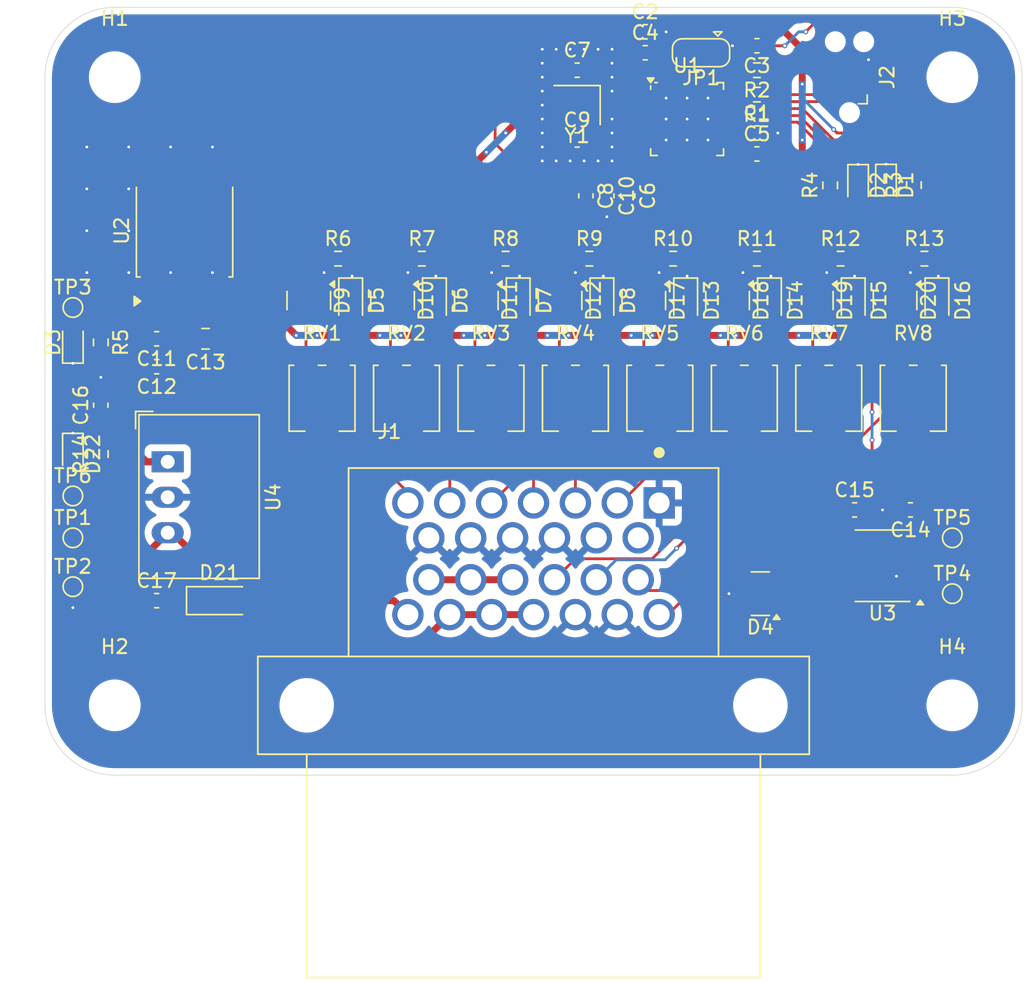
<source format=kicad_pcb>
(kicad_pcb (version 20241229) (generator "pcbnew") (generator_version "9.0")
  (layers (0 "F.Cu" signal) (2 "B.Cu" signal) (13 "F.Paste" user) (15 "B.Paste" user) (5 "F.SilkS" user "F.Silkscreen") (7 "B.SilkS" user "B.Silkscreen") (1 "F.Mask" user) (3 "B.Mask" user) (25 "Edge.Cuts" user))
  (net 0 "")
  (net 1 "+3V3")
  (net 2 "GND")
  (net 3 "/Microcontroller/NRST")
  (net 4 "/Microcontroller/OSC_IN")
  (net 5 "/Microcontroller/OSC_OUT")
  (net 6 "+BATT")
  (net 7 "+5V")
  (net 8 "Net-(D1-A)")
  (net 9 "Net-(D2-A)")
  (net 10 "/CAN_N")
  (net 11 "/CAN_P")
  (net 12 "/3.3V_ANALOG_INPUT_0")
  (net 13 "/3.3V_ANALOG_INPUT_1")
  (net 14 "/3.3V_ANALOG_INPUT_2")
  (net 15 "/3.3V_ANALOG_INPUT_3")
  (net 16 "+3.3V")
  (net 17 "/3.3V_ANALOG_INPUT_4")
  (net 18 "/3.3V_ANALOG_INPUT_5")
  (net 19 "/3.3V_ANALOG_INPUT_6")
  (net 20 "/3.3V_ANALOG_INPUT_7")
  (net 21 "/12V_ANALOG_INPUT_7")
  (net 22 "/12V_ANALOG_INPUT_5")
  (net 23 "/12V_ANALOG_INPUT_1")
  (net 24 "/12V_ANALOG_INPUT_2")
  (net 25 "/12V_ANALOG_INPUT_4")
  (net 26 "/12V_ANALOG_INPUT_3")
  (net 27 "/12V_ANALOG_INPUT_6")
  (net 28 "/12V_ANALOG_INPUT_0")
  (net 30 "Net-(J2-Pin_2)")
  (net 31 "Net-(J2-Pin_4)")
  (net 32 "/Microcontroller/BOOT0")
  (net 33 "/Microcontroller/SWDIO")
  (net 34 "/Microcontroller/SWCLK")
  (net 35 "/Microcontroller/LED_STATUS_1")
  (net 36 "/Microcontroller/LED_STATUS_2")
  (net 45 "/CAN_TX")
  (net 46 "/CAN_RX")
  (net 53 "/CAN_STANDBY")
  (net 58 "Net-(D21-K)")
  (net 59 "Net-(D3-A)")
  (net 60 "Net-(D22-A)")
  (footprint "Diode_SMD:D_SOD-323" (layer "F.Cu") (at 148.9 96 -90)
    (property "Reference" "D7")
    (property "Value" "PESD3V3L1BA")
  )
  (footprint "Potentiometer_SMD:Potentiometer_Bourns_3314G_Vertical" (layer "F.Cu") (at 146.95 103)
    (property "Reference" "RV3")
    (property "Value" "3314G-1-503E")
  )
  (footprint "Diode_SMD:D_SOD-323" (layer "F.Cu") (at 136.9 96 -90)
    (property "Reference" "D5")
    (property "Value" "PESD3V3L1BA")
  )
  (footprint "LED_SMD:LED_0603_1608Metric" (layer "F.Cu") (at 117 99 90)
    (property "Reference" "D3")
    (property "Value" "LED")
  )
  (footprint "TestPoint:TestPoint_Pad_D1.0mm" (layer "F.Cu") (at 117 113)
    (property "Reference" "TP1")
    (property "Value" "POWER_INPUT")
  )
  (footprint "Resistor_SMD:R_0603_1608Metric" (layer "F.Cu") (at 136 93)
    (property "Reference" "R6")
    (property "Value" "6.8k")
  )
  (footprint "MountingHole:MountingHole_3.2mm_M3" (layer "F.Cu") (at 120 80)
    (property "Reference" "H1")
    (property "Value" "MountingHole")
  )
  (footprint "Resistor_SMD:R_0603_1608Metric" (layer "F.Cu") (at 119 107 90)
    (property "Reference" "R14")
    (property "Value" "1k")
  )
  (footprint "Resistor_SMD:R_0603_1608Metric" (layer "F.Cu") (at 160 93)
    (property "Reference" "R10")
    (property "Value" "6.8k")
  )
  (footprint "MountingHole:MountingHole_3.2mm_M3" (layer "F.Cu") (at 180 80)
    (property "Reference" "H3")
    (property "Value" "MountingHole")
  )
  (footprint "Package_SO:SOIC-8_3.9x4.9mm_P1.27mm" (layer "F.Cu") (at 175 115 180)
    (property "Reference" "U3")
    (property "Value" "TCAN3403DRQ1")
  )
  (footprint "Capacitor_SMD:C_0603_1608Metric" (layer "F.Cu") (at 166 77.75 180)
    (property "Reference" "C3")
    (property "Value" "0.1uF")
  )
  (footprint "Resistor_SMD:R_0603_1608Metric" (layer "F.Cu") (at 154 93)
    (property "Reference" "R9")
    (property "Value" "6.8k")
  )
  (footprint "Package_TO_SOT_SMD:SOT-23" (layer "F.Cu") (at 157.9 96 -90)
    (property "Reference" "D17")
    (property "Value" "BAT54S")
  )
  (footprint "Capacitor_SMD:C_0603_1608Metric" (layer "F.Cu") (at 166 84)
    (property "Reference" "C1")
    (property "Value" "4.7uF")
  )
  (footprint "Resistor_SMD:R_0603_1608Metric" (layer "F.Cu") (at 178 93)
    (property "Reference" "R13")
    (property "Value" "6.8k")
  )
  (footprint "Package_TO_SOT_SMD:SOT-23" (layer "F.Cu") (at 145.9 96 -90)
    (property "Reference" "D11")
    (property "Value" "BAT54S")
  )
  (footprint "Diode_SMD:D_SOD-323" (layer "F.Cu") (at 160.9 96 -90)
    (property "Reference" "D13")
    (property "Value" "PESD3V3L1BA")
  )
  (footprint "Capacitor_SMD:C_0603_1608Metric" (layer "F.Cu") (at 158 76.75)
    (property "Reference" "C2")
    (property "Value" "4.7uF")
  )
  (footprint "Package_TO_SOT_SMD:SOT-23" (layer "F.Cu") (at 166.25 117 180)
    (property "Reference" "D4")
    (property "Value" "NUP2105L")
  )
  (footprint "Diode_SMD:D_SOD-323" (layer "F.Cu") (at 172.9 96 -90)
    (property "Reference" "D15")
    (property "Value" "PESD3V3L1BA")
  )
  (footprint "Package_DFN_QFN:QFN-32-1EP_5x5mm_P0.5mm_EP3.45x3.45mm" (layer "F.Cu") (at 161 83)
    (property "Reference" "U1")
    (property "Value" "STM32F042K6Ux")
  )
  (footprint "Capacitor_SMD:C_0603_1608Metric" (layer "F.Cu") (at 166 85.5)
    (property "Reference" "C5")
    (property "Value" "0.1uF")
  )
  (footprint "Diode_SMD:D_SOD-123" (layer "F.Cu") (at 127.5 117.5)
    (property "Reference" "D21")
    (property "Value" "CDBW140-G")
  )
  (footprint "TestPoint:TestPoint_Pad_D1.0mm" (layer "F.Cu") (at 117 110)
    (property "Reference" "TP6")
    (property "Value" "TestPoint")
  )
  (footprint "TestPoint:TestPoint_Pad_D1.0mm" (layer "F.Cu") (at 117 116.5)
    (property "Reference" "TP2")
    (property "Value" "GND")
  )
  (footprint "Diode_SMD:D_SOD-323" (layer "F.Cu") (at 154.9 96 -90)
    (property "Reference" "D8")
    (property "Value" "PESD3V3L1BA")
  )
  (footprint "Capacitor_SMD:C_0603_1608Metric" (layer "F.Cu") (at 173 111)
    (property "Reference" "C15")
    (property "Value" "0.1uF")
  )
  (footprint "Resistor_SMD:R_0603_1608Metric" (layer "F.Cu") (at 172 93)
    (property "Reference" "R12")
    (property "Value" "6.8k")
  )
  (footprint "Capacitor_SMD:C_0603_1608Metric" (layer "F.Cu") (at 153.125 84.5)
    (property "Reference" "C9")
    (property "Value" "12pF")
  )
  (footprint "Capacitor_SMD:C_0805_2012Metric" (layer "F.Cu") (at 126.5 98.74 180)
    (property "Reference" "C13")
    (property "Value" "22uF")
  )
  (footprint "signal_to_can:TE_9-6437287-8_1" (layer "F.Cu") (at 150 125)
    (property "Reference" "J1")
    (property "Value" "AMP_Superseal_9-6437287-8")
  )
  (footprint "Resistor_SMD:R_0603_1608Metric" (layer "F.Cu") (at 166 79.5 180)
    (property "Reference" "R2")
    (property "Value" "22")
  )
  (footprint "Capacitor_SMD:C_0603_1608Metric" (layer "F.Cu") (at 153.125 79.5)
    (property "Reference" "C7")
    (property "Value" "12pF")
  )
  (footprint "Jumper:SolderJumper-3_P1.3mm_Open_RoundedPad1.0x1.5mm" (layer "F.Cu") (at 162 78.25 180)
    (property "Reference" "JP1")
    (property "Value" "Jumper_3_Open")
  )
  (footprint "Capacitor_SMD:C_0603_1608Metric" (layer "F.Cu") (at 123 117.5)
    (property "Reference" "C17")
    (property "Value" "10uF")
  )
  (footprint "Potentiometer_SMD:Potentiometer_Bourns_3314G_Vertical" (layer "F.Cu") (at 177.2 103)
    (property "Reference" "RV8")
    (property "Value" "3314G-1-503E")
  )
  (footprint "Diode_SMD:D_SOD-323" (layer "F.Cu") (at 142.9 96 -90)
    (property "Reference" "D6")
    (property "Value" "PESD3V3L1BA")
  )
  (footprint "Resistor_SMD:R_0603_1608Metric" (layer "F.Cu") (at 148 93)
    (property "Reference" "R8")
    (property "Value" "6.8k")
  )
  (footprint "Resistor_SMD:R_0603_1608Metric" (layer "F.Cu") (at 171.25 87.75 90)
    (property "Reference" "R4")
    (property "Value" "1k")
  )
  (footprint "LED_SMD:LED_0603_1608Metric" (layer "F.Cu") (at 117 107 -90)
    (property "Reference" "D22")
    (property "Value" "LED")
  )
  (footprint "Package_TO_SOT_SMD:SOT-23" (layer "F.Cu") (at 133.9 96 -90)
    (property "Reference" "D9")
    (property "Value" "BAT54S")
  )
  (footprint "Capacitor_SMD:C_0603_1608Metric" (layer "F.Cu") (at 158 78.25)
    (property "Reference" "C4")
    (property "Value" "0.1uF")
  )
  (footprint "Package_TO_SOT_SMD:SOT-23" (layer "F.Cu") (at 139.9 96 -90)
    (property "Reference" "D10")
    (property "Value" "BAT54S")
  )
  (footprint "Diode_SMD:D_SOD-323" (layer "F.Cu") (at 166.9 96 -90)
    (property "Reference" "D14")
    (property "Value" "PESD3V3L1BA")
  )
  (footprint "Resistor_SMD:R_0603_1608Metric" (layer "F.Cu") (at 142 93)
    (property "Reference" "R7")
    (property "Value" "6.8k")
  )
  (footprint "Capacitor_SMD:C_0603_1608Metric" (layer "F.Cu") (at 153.75 88.5 -90)
    (property "Reference" "C8")
    (property "Value" "10nF")
  )
  (footprint "Potentiometer_SMD:Potentiometer_Bourns_3314G_Vertical" (layer "F.Cu") (at 153 103)
    (property "Reference" "RV4")
    (property "Value" "3314G-1-503E")
  )
  (footprint "Package_TO_SOT_SMD:SOT-23" (layer "F.Cu") (at 169.9 96 -90)
    (property "Reference" "D19")
    (property "Value" "BAT54S")
  )
  (footprint "MountingHole:MountingHole_3.2mm_M3" (layer "F.Cu") (at 120 125)
    (property "Reference" "H2")
    (property "Value" "MountingHole")
  )
  (footprint "Resistor_SMD:R_0603_1608Metric" (layer "F.Cu") (at 177.25 87.73125 90)
    (property "Reference" "R3")
    (property "Value" "1k")
  )
  (footprint "Potentiometer_SMD:Potentiometer_Bourns_3314G_Vertical" (layer "F.Cu") (at 140.9 103)
    (property "Reference" "RV2")
    (property "Value" "3314G-1-503E")
  )
  (footprint "Package_TO_SOT_SMD:SOT-23" (layer "F.Cu") (at 175.9 96 -90)
    (property "Reference" "D20")
    (property "Value" "BAT54S")
  )
  (footprint "Connector:Tag-Connect_TC2030-IDC-NL_2x03_P1.27mm_Vertical" (layer "F.Cu") (at 172.635 80 90)
    (property "Reference" "J2")
    (property "Value" "TC2030")
  )
  (footprint "Capacitor_SMD:C_0603_1608Metric" (layer "F.Cu") (at 119 103.5 90)
    (property "Reference" "C16")
    (property "Value" "10uF")
  )
  (footprint "MountingHole:MountingHole_3.2mm_M3" (layer "F.Cu") (at 180 125)
    (property "Reference" "H4")
    (property "Value" "MountingHole")
  )
  (footprint "Resistor_SMD:R_0603_1608Metric" (layer "F.Cu") (at 166 93)
    (property "Reference" "R11")
    (property "Value" "6.8k")
  )
  (footprint "Package_TO_SOT_SMD:TO-252-3_TabPin2" (layer "F.Cu") (at 125 91 90)
    (property "Reference" "U2")
    (property "Value" "TLE42744DV33ATMA1")
  )
  (footprint "Resistor_SMD:R_0603_1608Metric" (layer "F.Cu") (at 119 99 -90)
    (property "Reference" "R5")
    (property "Value" "1k")
  )
  (footprint "Capacitor_SMD:C_0603_1608Metric" (layer "F.Cu") (at 156.75 88.5 -90)
    (property "Reference" "C6")
    (property "Value" "0.1uF")
  )
  (footprint "TestPoint:TestPoint_Pad_D1.0mm" (layer "F.Cu") (at 180 117)
    (property "Reference" "TP4")
    (property "Value" "CAN_TX")
  )
  (footprint "LED_SMD:LED_0603_1608Metric" (layer "F.Cu") (at 173.25 87.75 -90)
    (property "Reference" "D2")
    (property "Value" "LED")
  )
  (footprint "Resistor_SMD:R_0603_1608Metric" (layer "F.Cu") (at 166 81.25 180)
    (property "Reference" "R1")
    (property "Value" "22")
  )
  (footprint "Capacitor_SMD:C_0603_1608Metric" (layer "F.Cu") (at 123 100.74 180)
    (property "Reference" "C12")
    (property "Value" "0.1uF")
  )
  (footprint "Capacitor_SMD:C_0603_1608Metric" (layer "F.Cu") (at 123 98.74 180)
    (property "Reference" "C11")
    (property "Value" "1uF")
  )
  (footprint "Package_TO_SOT_SMD:SOT-23" (layer "F.Cu") (at 151.9 96 -90)
    (property "Reference" "D12")
    (property "Value" "BAT54S")
  )
  (footprint "Capacitor_SMD:C_0603_1608Metric" (layer "F.Cu") (at 155.25 88.5 -90)
    (property "Reference" "C10")
    (property "Value" "1uF")
  )
  (footprint "TestPoint:TestPoint_Pad_D1.0mm" (layer "F.Cu") (at 180 113)
    (property "Reference" "TP5")
    (property "Value" "CAN_RX")
  )
  (footprint "Potentiometer_SMD:Potentiometer_Bourns_3314G_Vertical" (layer "F.Cu") (at 171.15 103)
    (property "Reference" "RV7")
    (property "Value" "3314G-1-503E")
  )
  (footprint "TestPoint:TestPoint_Pad_D1.0mm" (layer "F.Cu") (at 117 96.5)
    (property "Reference" "TP3")
    (property "Value" "3.3V")
  )
  (footprint "Potentiometer_SMD:Potentiometer_Bourns_3314G_Vertical" (layer "F.Cu") (at 159.05 103)
    (property "Reference" "RV5")
    (property "Value" "3314G-1-503E")
  )
  (footprint "Potentiometer_SMD:Potentiometer_Bourns_3314G_Vertical" (layer "F.Cu") (at 134.85 103)
    (property "Reference" "RV1")
    (property "Value" "3314G-1-503E")
  )
  (footprint "Crystal:Crystal_SMD_2520-4Pin_2.5x2.0mm" (layer "F.Cu") (at 153.125 82 180)
    (property "Reference" "Y1")
    (property "Value" "ECS-160-10-36Q-AES-TR")
  )
  (footprint "Package_TO_SOT_SMD:SOT-23" (layer "F.Cu") (at 163.9 96 -90)
    (property "Reference" "D18")
    (property "Value" "BAT54S")
  )
  (footprint "Converter_DCDC:Converter_DCDC_RECOM_R-78E-0.5_THT" (layer "F.Cu") (at 123.7925 107.5525 -90)
    (property "Reference" "U4")
    (property "Value" "R-78E5.0-0.5")
  )
  (footprint "LED_SMD:LED_0603_1608Metric" (layer "F.Cu") (at 175.25 87.73125 -90)
    (property "Reference" "D1")
    (property "Value" "LED")
  )
  (footprint "Capacitor_SMD:C_0603_1608Metric" (layer "F.Cu") (at 177 111 180)
    (property "Reference" "C14")
    (property "Value" "0.1uF")
  )
  (footprint "Potentiometer_SMD:Potentiometer_Bourns_3314G_Vertical" (layer "F.Cu") (at 165.1 103)
    (property "Reference" "RV6")
    (property "Value" "3314G-1-503E")
  )
  (footprint "Diode_SMD:D_SOD-323" (layer "F.Cu") (at 178.9 96 -90)
    (property "Reference" "D16")
    (property "Value" "PESD3V3L1BA")
  )
  (gr_arc (start 185 125) (mid 183.535534 128.535534) (end 180 130) (stroke (width 0.05)) (layer "Edge.Cuts"))
  (gr_line (start 115 80) (end 115 125) (stroke (width 0.05)) (layer "Edge.Cuts"))
  (gr_arc (start 115 80) (mid 116.464466 76.464466) (end 120 75) (stroke (width 0.05)) (layer "Edge.Cuts"))
  (gr_arc (start 180 75) (mid 183.535534 76.464466) (end 185 80) (stroke (width 0.05)) (layer "Edge.Cuts"))
  (gr_line (start 120 130) (end 180 130) (stroke (width 0.05)) (layer "Edge.Cuts"))
  (gr_line (start 185 125) (end 185 80) (stroke (width 0.05)) (layer "Edge.Cuts"))
  (gr_arc (start 120 130) (mid 116.464466 128.535534) (end 115 125) (stroke (width 0.05)) (layer "Edge.Cuts"))
  (gr_line (start 180 75) (end 120 75) (stroke (width 0.05)) (layer "Edge.Cuts"))
  (segment (start 174.25 99.25) (end 173.5 98.5) (width 0.2) (layer "F.Cu") (net 1))
  (segment (start 155.101 87.576) (end 155.25 87.725) (width 0.5) (layer "F.Cu") (net 1))
  (segment (start 161.547 76.551) (end 160.7 77.398) (width 0.5) (layer "F.Cu") (net 1))
  (segment (start 143.5 98.5) (end 145 98.5) (width 0.5) (layer "F.Cu") (net 1))
  (segment (start 174.25 107.25) (end 174.25 106) (width 0.2) (layer "F.Cu") (net 1))
  (segment (start 156.95 95.0625) (end 156.95 97.05) (width 0.2) (layer "F.Cu") (net 1))
  (segment (start 128.71 96.04) (end 130 94.75) (width 0.5) (layer "F.Cu") (net 1))
  (segment (start 150.95 97.05) (end 149.5 98.5) (width 0.2) (layer "F.Cu") (net 1))
  (segment (start 173.27 81.27) (end 174.25 82.25) (width 0.2) (layer "F.Cu") (net 1))
  (segment (start 160.7 77.398) (end 160.7 78.25) (width 0.5) (layer "F.Cu") (net 1))
  (segment (start 171.75 84) (end 171.5 83.75) (width 0.2) (layer "F.Cu") (net 1))
  (segment (start 174.95 97.05) (end 173.5 98.5) (width 0.2) (layer "F.Cu") (net 1))
  (segment (start 167.801 76.551) (end 161.547 76.551) (width 0.5) (layer "F.Cu") (net 1))
  (segment (start 144.95 95.0625) (end 144.95 97.05) (width 0.2) (layer "F.Cu") (net 1))
  (segment (start 158.5 98.5) (end 161.5 98.5) (width 0.5) (layer "F.Cu") (net 1))
  (segment (start 157.225 78.25) (end 157.225 76.75) (width 0.5) (layer "F.Cu") (net 1))
  (segment (start 174.95 95.0625) (end 174.95 97.05) (width 0.2) (layer "F.Cu") (net 1))
  (segment (start 130 92) (end 134.275 87.725) (width 0.5) (layer "F.Cu") (net 1))
  (segment (start 140.5 98.5) (end 143.5 98.5) (width 0.5) (layer "F.Cu") (net 1))
  (segment (start 132.6375 94.75) (end 130 94.75) (width 0.2) (layer "F.Cu") (net 1))
  (segment (start 149 77) (end 149 83) (width 0.5) (layer "F.Cu") (net 1))
  (segment (start 156.851 83.928232) (end 156.851 87.624) (width 0.5) (layer "F.Cu") (net 1))
  (segment (start 157.026 76.551) (end 149.449 76.551) (width 0.5) (layer "F.Cu") (net 1))
  (segment (start 165.225 84) (end 165.225 85.5) (width 0.5) (layer "F.Cu") (net 1))
  (segment (start 172.225 110.525) (end 174.25 108.5) (width 0.2) (layer "F.Cu") (net 1))
  (segment (start 173.75 84) (end 171.75 84) (width 0.2) (layer "F.Cu") (net 1))
  (segment (start 169.25 84.5) (end 169.25 85.75) (width 0.5) (layer "F.Cu") (net 1))
  (segment (start 177.5 111) (end 175.75 112.75) (width 0.2) (layer "F.Cu") (net 1))
  (segment (start 150.95 95.0625) (end 150.95 97.05) (width 0.2) (layer "F.Cu") (net 1))
  (segment (start 168.95 97.05) (end 167.5 98.5) (width 0.2) (layer "F.Cu") (net 1))
  (segment (start 172.225 112.795) (end 172.225 111) (width 0.2) (layer "F.Cu") (net 1))
  (segment (start 157.478232 83.301) (end 156.851 83.928232) (width 0.5) (layer "F.Cu") (net 1))
  (segment (start 165.225 85.5) (end 163.75 85.5) (width 0.5) (layer "F.Cu") (net 1))
  (segment (start 134.275 87.725) (end 144 87.725) (width 0.5) (layer "F.Cu") (net 1))
  (segment (start 161.5 98.5) (end 163.399 98.5) (width 0.5) (layer "F.Cu") (net 1))
  (segment (start 149.5 98.5) (end 151 98.5) (width 0.5) (layer "F.Cu") (net 1))
  (segment (start 167.5 98.5) (end 169 98.5) (width 0.5) (layer "F.Cu") (net 1))
  (segment (start 163.4375 85.1875) (end 163.4375 84.75) (width 0.5) (layer "F.Cu") (net 1))
  (segment (start 157.225 76.75) (end 157.026 76.551) (width 0.5) (layer "F.Cu") (net 1))
  (segment (start 149.449 76.551) (end 149 77) (width 0.5) (layer "F.Cu") (net 1))
  (segment (start 144 87.725) (end 153.75 87.725) (width 0.5) (layer "F.Cu") (net 1))
  (segment (start 163.75 85.5) (end 163.4375 85.1875) (width 0.5) (layer "F.Cu") (net 1))
  (segment (start 146.625 85.375) (end 144.275 87.725) (width 0.5) (layer "F.Cu") (net 1))
  (segment (start 156.95 97.05) (end 155.5 98.5) (width 0.2) (layer "F.Cu") (net 1))
  (segment (start 127.28 98.57) (end 127.45 98.74) (width 0.5) (layer "F.Cu") (net 1))
  (segment (start 169.25 78) (end 167.801 76.551) (width 0.5) (layer "F.Cu") (net 1))
  (segment (start 127.28 96.04) (end 128.71 96.04) (width 0.5) (layer "F.Cu") (net 1))
  (segment (start 132.95 95.0625) (end 132.6375 94.75) (width 0.2) (layer "F.Cu") (net 1))
  (segment (start 158.5625 81.1625) (end 158.5625 79.9375) (width 0.5) (layer "F.Cu") (net 1))
  (segment (start 167.75 87.25) (end 166.975 87.25) (width 0.5) (layer "F.Cu") (net 1))
  (segment (start 119 98.175) (end 118.675 98.175) (width 0.2) (layer "F.Cu") (net 1))
  (segment (start 153.75 87.725) (end 156.75 87.725) (width 0.5) (layer "F.Cu") (net 1))
  (segment (start 174.25 104) (end 174.25 99.25) (width 0.2) (layer "F.Cu") (net 1))
  (segment (start 175.75 112.75) (end 175.75 113.614999) (width 0.2) (layer "F.Cu") (net 1))
  (segment (start 157.563702 83.301) (end 157.478232 83.301) (width 0.5) (layer "F.Cu") (net 1))
  (segment (start 168.95 95.0625) (end 168.95 97.05) (width 0.2) (layer "F.Cu") (net 1))
  (segment (start 156.851 87.624) (end 156.75 87.725) (width 0.5) (layer "F.Cu") (net 1))
  (segment (start 172.225 111) (end 172.225 110.525) (width 0.2) (layer "F.Cu") (net 1))
  (segment (start 144.275 87.725) (end 144 87.725) (width 0.5) (layer "F.Cu") (net 1))
  (segment (start 160.25 78.25) (end 160.7 78.25) (width 0.5) (layer "F.Cu") (net 1))
  (segment (start 155.5 98.5) (end 157 98.5) (width 0.5) (layer "F.Cu") (net 1))
  (segment (start 176.500001 114.365) (end 177.475 114.365) (width 0.2) (layer "F.Cu") (net 1))
  (segment (start 149 83) (end 148 84) (width 0.5) (layer "F.Cu") (net 1))
  (segment (start 177.775 111) (end 177.5 111) (width 0.2) (layer "F.Cu") (net 1))
  (segment (start 162.95 97.05) (end 161.5 98.5) (width 0.2) (layer "F.Cu") (net 1))
  (segment (start 152.5 98.5) (end 155.5 98.5) (width 0.5) (layer "F.Cu") (net 1))
  (segment (start 177.775 111) (end 177.775 110.775) (width 0.2) (layer "F.Cu") (net 1))
  (segment (start 130.54 96.04) (end 133 98.5) (width 0.5) (layer "F.Cu") (net 1))
  (segment (start 164.5 98.5) (end 167.5 98.5) (width 0.5) (layer "F.Cu") (net 1))
  (segment (start 166.975 87.25) (end 165.225 85.5) (width 0.5) (layer "F.Cu") (net 1))
  (segment (start 174.25 82.25) (end 174.25 83.5) (width 0.2) (layer "F.Cu") (net 1))
  (segment (start 158.5625 79.9375) (end 158.5625 79.5875) (width 0.5) (layer "F.Cu") (net 1))
  (segment (start 146.5 98.5) (end 149.5 98.5) (width 0.5) (layer "F.Cu") (net 1))
  (segment (start 174.25 108.5) (end 174.25 107.25) (width 0.2) (layer "F.Cu") (net 1))
  (segment (start 169.25 85.75) (end 167.75 87.25) (width 0.5) (layer "F.Cu") (net 1))
  (segment (start 134.5 98.5) (end 139 98.5) (width 0.5) (layer "F.Cu") (net 1))
  (segment (start 158.5625 79.5875) (end 157.225 78.25) (width 0.5) (layer "F.Cu") (net 1))
  (segment (start 171 98.5) (end 173.5 98.5) (width 0.5) (layer "F.Cu") (net 1))
  (segment (start 130 94.75) (end 130 92) (width 0.5) (layer "F.Cu") (net 1))
  (segment (start 144.95 97.05) (end 143.5 98.5) (width 0.2) (layer "F.Cu") (net 1))
  (segment (start 169.25 80.5) (end 169.25 78) (width 0.5) (layer "F.Cu") (net 1))
  (segment (start 127.28 96.04) (end 127.28 98.57) (width 0.5) (layer "F.Cu") (net 1))
  (segment (start 177.775 110.775) (end 174.25 107.25) (width 0.2) (layer "F.Cu") (net 1))
  (segment (start 174.25 83.5) (end 173.75 84) (width 0.2) (layer "F.Cu") (net 1))
  (segment (start 158.5625 83.25) (end 157.75 83.25) (width 0.2) (layer "F.Cu") (net 1))
  (segment (start 128.71 96.04) (end 130.54 96.04) (width 0.5) (layer "F.Cu") (net 1))
  (segment (start 175.75 113.614999) (end 176.500001 114.365) (width 0.2) (layer "F.Cu") (net 1))
  (segment (start 172.525 113.095) (end 172.225 112.795) (width 0.2) (layer "F.Cu") (net 1))
  (segment (start 162.95 95.0625) (end 162.95 97.05) (width 0.2) (layer "F.Cu") (net 1))
  (segment (start 118.675 98.175) (end 117 96.5) (width 0.2) (layer "F.Cu") (net 1))
  (segment (start 158.5625 79.9375) (end 160.25 78.25) (width 0.5) (layer "F.Cu") (net 1))
  (via (at 163.399 98.5) (size 0.35) (drill 0.2) (layers "F.Cu" "B.Cu") (net 1))
  (via (at 134.5 98.5) (size 0.35) (drill 0.2) (layers "F.Cu" "B.Cu") (net 1))
  (via (at 158.5 98.5) (size 0.35) (drill 0.2) (layers "F.Cu" "B.Cu") (net 1))
  (via (at 164.5 98.5) (size 0.35) (drill 0.2) (layers "F.Cu" "B.Cu") (net 1))
  (via (at 174.25 104) (size 0.35) (drill 0.2) (layers "F.Cu" "B.Cu") (net 1))
  (via (at 146.5 98.5) (size 0.35) (drill 0.2) (layers "F.Cu" "B.Cu") (net 1))
  (via (at 169.25 84.5) (size 0.35) (drill 0.2) (layers "F.Cu" "B.Cu") (net 1))
  (via (at 171.5 83.75) (size 0.35) (drill 0.2) (layers "F.Cu" "B.Cu") (net 1))
  (via (at 169.25 80.5) (size 0.35) (drill 0.2) (layers "F.Cu" "B.Cu") (net 1))
  (via (at 151 98.5) (size 0.35) (drill 0.2) (layers "F.Cu" "B.Cu") (net 1))
  (via (at 171 98.5) (size 0.35) (drill 0.2) (layers "F.Cu" "B.Cu") (net 1))
  (via (at 157 98.5) (size 0.35) (drill 0.2) (layers "F.Cu" "B.Cu") (net 1))
  (via (at 139 98.5) (size 0.35) (drill 0.2) (layers "F.Cu" "B.Cu") (net 1))
  (via (at 146.625 85.375) (size 0.35) (drill 0.2) (layers "F.Cu" "B.Cu") (net 1))
  (via (at 169 98.5) (size 0.35) (drill 0.2) (layers "F.Cu" "B.Cu") (net 1))
  (via (at 152.5 98.5) (size 0.35) (drill 0.2) (layers "F.Cu" "B.Cu") (net 1))
  (via (at 140.5 98.5) (size 0.35) (drill 0.2) (layers "F.Cu" "B.Cu") (net 1))
  (via (at 145 98.5) (size 0.35) (drill 0.2) (layers "F.Cu" "B.Cu") (net 1))
  (via (at 148 84) (size 0.35) (drill 0.2) (layers "F.Cu" "B.Cu") (net 1))
  (via (at 133 98.5) (size 0.35) (drill 0.2) (layers "F.Cu" "B.Cu") (net 1))
  (via (at 174.25 106) (size 0.35) (drill 0.2) (layers "F.Cu" "B.Cu") (net 1))
  (segment (start 169 98.5) (end 171 98.5) (width 0.5) (layer "B.Cu") (net 1))
  (segment (start 169.25 81.5) (end 169.25 84.5) (width 0.5) (layer "B.Cu") (net 1))
  (segment (start 151 98.5) (end 152.5 98.5) (width 0.5) (layer "B.Cu") (net 1))
  (segment (start 169.25 80.5) (end 169.25 81.5) (width 0.5) (layer "B.Cu") (net 1))
  (segment (start 174.25 106) (end 174.25 104) (width 0.2) (layer "B.Cu") (net 1))
  (segment (start 133 98.5) (end 134.5 98.5) (width 0.5) (layer "B.Cu") (net 1))
  (segment (start 157 98.5) (end 158.5 98.5) (width 0.5) (layer "B.Cu") (net 1))
  (segment (start 163.399 98.5) (end 164.5 98.5) (width 0.5) (layer "B.Cu") (net 1))
  (segment (start 145 98.5) (end 146.5 98.5) (width 0.5) (layer "B.Cu") (net 1))
  (segment (start 146.625 85.375) (end 148 84) (width 0.5) (layer "B.Cu") (net 1))
  (segment (start 139 98.5) (end 140.5 98.5) (width 0.5) (layer "B.Cu") (net 1))
  (segment (start 171.5 83.75) (end 169.25 81.5) (width 0.2) (layer "B.Cu") (net 1))
  (segment (start 173.775 111) (end 175 111) (width 0.2) (layer "F.Cu") (net 2))
  (segment (start 158.775 76.75) (end 159.5 76.75) (width 0.5) (layer "F.Cu") (net 2))
  (segment (start 164.25 77.75) (end 163.8 77.75) (width 0.2) (layer "F.Cu") (net 2))
  (segment (start 166.825 93) (end 166.825 94.075) (width 0.2) (layer "F.Cu") (net 2))
  (segment (start 153.126 82.251) (end 153.126 81.899) (width 0.2) (layer "F.Cu") (net 2))
  (segment (start 176.115 115.635) (end 176 115.75) (width 0.2) (layer "F.Cu") (net 2))
  (segment (start 123.775 100.74) (end 123.775 98.74) (width 0.5) (layer "F.Cu") (net 2))
  (segment (start 153.75 89.275) (end 155.25 89.275) (width 0.5) (layer "F.Cu") (net 2))
  (segment (start 166.825 94.075) (end 167 94.25) (width 0.2) (layer "F.Cu") (net 2))
  (segment (start 164.85 95.0625) (end 164.85 94.15) (width 0.2) (layer "F.Cu") (net 2))
  (segment (start 172.9 94.95) (end 172.9 94.35) (width 0.2) (layer "F.Cu") (net 2))
  (segment (start 154 82.7) (end 153.575 82.7) (width 0.2) (layer "F.Cu") (net 2))
  (segment (start 158.85 94.15) (end 159 94) (width 0.2) (layer "F.Cu") (net 2))
  (segment (start 142.825 94.075) (end 143 94.25) (width 0.2) (layer "F.Cu") (net 2))
  (segment (start 125.55 98.74) (end 125.55 96.59) (width 0.5) (layer "F.Cu") (net 2))
  (segment (start 165.225 77.75) (end 164.25 77.75) (width 0.2) (layer "F.Cu") (net 2))
  (segment (start 153.9 84.5) (end 153.9 85.725) (width 0.2) (layer "F.Cu") (net 2))
  (segment (start 165.3125 117) (end 164 117) (width 0.2) (layer "F.Cu") (net 2))
  (segment (start 173.25 86.9625) (end 173.25 86.25) (width 0.2) (layer "F.Cu") (net 2))
  (segment (start 152.527 81.3) (end 152.25 81.3) (width 0.2) (layer "F.Cu") (net 2))
  (segment (start 175.25 86.94375) (end 175.25 86.23125) (width 0.2) (layer "F.Cu") (net 2))
  (segment (start 172.825 94.075) (end 173 94.25) (width 0.2) (layer "F.Cu") (net 2))
  (segment (start 146.85 95.0625) (end 146.85 94.15) (width 0.2) (layer "F.Cu") (net 2))
  (segment (start 155.25 89.275) (end 156.75 89.275) (width 0.5) (layer "F.Cu") (net 2))
  (segment (start 142.9 94.95) (end 142.9 94.35) (width 0.2) (layer "F.Cu") (net 2))
  (segment (start 172.9 94.35) (end 173 94.25) (width 0.2) (layer "F.Cu") (net 2))
  (segment (start 123.775 98.74) (end 123.775 97.265) (width 0.5) (layer "F.Cu") (net 2))
  (segment (start 173.27 78.73) (end 173.98 78.73) (width 0.2) (layer "F.Cu") (net 2))
  (segment (start 173.98 78.73) (end 174 78.75) (width 0.2) (layer "F.Cu") (net 2))
  (segment (start 148.825 93) (end 148.825 94.075) (width 0.2) (layer "F.Cu") (net 2))
  (segment (start 142.9 94.35) (end 143 94.25) (width 0.2) (layer "F.Cu") (net 2))
  (segment (start 164.85 94.15) (end 165 94) (width 0.2) (layer "F.Cu") (net 2))
  (segment (start 178.9 94.95) (end 178.9 94.35) (width 0.2) (layer "F.Cu") (net 2))
  (segment (start 119 102.725) (end 119 101.5) (width 0.5) (layer "F.Cu") (net 2))
  (segment (start 170.85 95.0625) (end 170.85 94.15) (width 0.2) (layer "F.Cu") (net 2))
  (segment (start 152.85 94.15) (end 153 94) (width 0.2) (layer "F.Cu") (net 2))
  (segment (start 152.35 78.275) (end 152.625 78) (width 0.2) (layer "F.Cu") (net 2))
  (segment (start 166.775 85.5) (end 166.775 84) (width 0.5) (layer "F.Cu") (net 2))
  (segment (start 158.775 78.25) (end 158.775 76.75) (width 0.5) (layer "F.Cu") (net 2))
  (segment (start 136.825 93) (end 136.825 94.075) (width 0.2) (layer "F.Cu") (net 2))
  (segment (start 166.9 94.95) (end 166.9 94.35) (width 0.2) (layer "F.Cu") (net 2))
  (segment (start 140.85 94.15) (end 141 94) (width 0.2) (layer "F.Cu") (net 2))
  (segment (start 134.85 94.15) (end 135 94) (width 0.2) (layer "F.Cu") (net 2))
  (segment (start 178.9 94.35) (end 179 94.25) (width 0.2) (layer "F.Cu") (net 2))
  (segment (start 148.9 94.95) (end 148.9 94.35) (width 0.2) (layer "F.Cu") (net 2))
  (segment (start 172.825 93) (end 172.825 94.075) (width 0.2) (layer "F.Cu") (net 2))
  (segment (start 166.9 94.35) (end 167 94.25) (width 0.2) (layer "F.Cu") (net 2))
  (segment (start 170.85 94.15) (end 171 94) (width 0.2) (layer "F.Cu") (net 2))
  (segment (start 154.9 94.35) (end 155 94.25) (width 0.2) (layer "F.Cu") (net 2))
  (segment (start 152.35 79.5) (end 152.35 78.275) (width 0.2) (layer "F.Cu") (net 2))
  (segment (start 166.775 84) (end 167.5 84) (width 0.5) (layer "F.Cu") (net 2))
  (segment (start 117 99.7875) (end 117 100.5) (width 0.2) (layer "F.Cu") (net 2))
  (segment (start 148.9 94.35) (end 149 94.25) (width 0.2) (layer "F.Cu") (net 2))
  (segment (start 150.925 81.3) (end 150.625 81) (width 0.2) (layer "F.Cu") (net 2))
  (segment (start 178.825 94.075) (end 179 94.25) (width 0.2) (layer "F.Cu") (net 2))
  (segment (start 134.85 95.0625) (end 134.85 94.15) (width 0.2) (layer "F.Cu") (net 2))
  (segment (start 146.85 94.15) (end 147 94) (width 0.2) (layer "F.Cu") (net 2))
  (segment (start 154.9 94.95) (end 154.9 94.35) (width 0.2) (layer "F.Cu") (net 2))
  (segment (start 148.825 94.075) (end 149 94.25) (width 0.2) (layer "F.Cu") (net 2))
  (segment (start 136.9 94.35) (end 137 94.25) (width 0.2) (layer "F.Cu") (net 2))
  (segment (start 136.9 94.95) (end 136.9 94.35) (width 0.2) (layer "F.Cu") (net 2))
  (segment (start 136.825 94.075) (end 137 94.25) (width 0.2) (layer "F.Cu") (net 2))
  (segment (start 153.126 81.899) (end 152.527 81.3) (width 0.2) (layer "F.Cu") (net 2))
  (segment (start 125.55 96.59) (end 125 96.04) (width 0.5) (layer "F.Cu") (net 2))
  (segment (start 176.85 95.0625) (end 176.85 94.15) (width 0.2) (layer "F.Cu") (net 2))
  (segment (start 178.825 93) (end 178.825 94.075) (width 0.2) (layer "F.Cu") (net 2))
  (segment (start 155.25 89.275) (end 155.25 90) (width 0.5) (layer "F.Cu") (net 2))
  (segment (start 152.85 95.0625) (end 152.85 94.15) (width 0.2) (layer "F.Cu") (net 2))
  (segment (start 160.9 94.35) (end 161 94.25) (width 0.2) (layer "F.Cu") (net 2))
  (segment (start 152.25 81.3) (end 150.925 81.3) (width 0.2) (layer "F.Cu") (net 2))
  (segment (start 153.575 82.7) (end 153.126 82.251) (width 0.2) (layer "F.Cu") (net 2))
  (segment (start 123.775 97.265) (end 125 96.04) (width 0.5) (layer "F.Cu") (net 2))
  (segment (start 177.475 115.635) (end 176.115 115.635) (width 0.2) (layer "F.Cu") (net 2))
  (segment (start 140.85 95.0625) (end 140.85 94.15) (width 0.2) (layer "F.Cu") (net 2))
  (segment (start 154.825 94.075) (end 155 94.25) (width 0.2) (layer "F.Cu") (net 2))
  (segment (start 142.825 93) (end 142.825 94.075) (width 0.2) (layer "F.Cu") (net 2))
  (segment (start 153.9 85.725) (end 153.625 86) (width 0.2) (layer "F.Cu") (net 2))
  (segment (start 163.8 77.75) (end 163.3 78.25) (width 0.2) (layer "F.Cu") (net 2))
  (segment (start 176.85 94.15) (end 177 94) (width 0.2) (layer "F.Cu") (net 2))
  (segment (start 158.85 95.0625) (end 158.85 94.15) (width 0.2) (layer "F.Cu") (net 2))
  (segment (start 117 116.5) (end 117 118) (width 0.2) (layer "F.Cu") (net 2))
  (segment (start 117 106.2125) (end 117 105.5) (width 0.2) (layer "F.Cu") (net 2))
  (segment (start 154.825 93) (end 154.825 94.075) (width 0.2) (layer "F.Cu") (net 2))
  (segment (start 160.9 94.95) (end 160.9 94.35) (width 0.2) (layer "F.Cu") (net 2))
  (segment (start 176.225 111) (end 175 111) (width 0.2) (layer "F.Cu") (net 2))
  (via (at 155.625 81) (size 0.35) (drill 0.2) (layers "F.Cu" "B.Cu") (net 2))
  (via (at 150.625 79) (size 0.35) (drill 0.2) (layers "F.Cu" "B.Cu") (net 2))
  (via (at 164 117) (size 0.35) (drill 0.2) (layers "F.Cu" "B.Cu") (net 2))
  (via (at 164.25 77.75) (size 0.35) (drill 0.2) (layers "F.Cu" "B.Cu") (net 2))
  (via (at 174 78.75) (size 0.35) (drill 0.2) (layers "F.Cu" "B.Cu") (net 2))
  (via (at 165 94) (size 0.35) (drill 0.2) (layers "F.Cu" "B.Cu") (net 2))
  (via (at 124 94) (size 0.35) (drill 0.2) (layers "F.Cu" "B.Cu") (net 2))
  (via (at 162.5 81.5) (size 0.35) (drill 0.2) (layers "F.Cu" "B.Cu") (net 2))
  (via (at 161 81.5) (size 0.35) (drill 0.2) (layers "F.Cu" "B.Cu") (net 2))
  (via (at 150.625 78) (size 0.35) (drill 0.2) (layers "F.Cu" "B.Cu") (net 2))
  (via (at 141 94) (size 0.35) (drill 0.2) (layers "F.Cu" "B.Cu") (net 2))
  (via (at 154.625 78) (size 0.35) (drill 0.2) (layers "F.Cu" "B.Cu") (net 2))
  (via (at 150.625 84) (size 0.35) (drill 0.2) (layers "F.Cu" "B.Cu") (net 2))
  (via (at 155.625 85) (size 0.35) (drill 0.2) (layers "F.Cu" "B.Cu") (net 2))
  (via (at 175.25 86.23125) (size 0.35) (drill 0.2) (layers "F.Cu" "B.Cu") (net 2))
  (via (at 118 91) (size 0.35) (drill 0.2) (layers "F.Cu" "B.Cu") (net 2))
  (via (at 121 85) (size 0.35) (drill 0.2) (layers "F.Cu" "B.Cu") (net 2))
  (via (at 179 94.25) (size 0.35) (drill 0.2) (layers "F.Cu" "B.Cu") (net 2))
  (via (at 175 111) (size 0.35) (drill 0.2) (layers "F.Cu" "B.Cu") (net 2))
  (via (at 152.625 86) (size 0.35) (drill 0.2) (layers "F.Cu" "B.Cu") (net 2))
  (via (at 151.625 86) (size 0.35) (drill 0.2) (layers "F.Cu" "B.Cu") (net 2))
  (via (at 162.5 84.5) (size 0.35) (drill 0.2) (layers "F.Cu" "B.Cu") (net 2))
  (via (at 152.625 78) (size 0.35) (drill 0.2) (layers "F.Cu" "B.Cu") (net 2))
  (via (at 150.625 83) (size 0.35) (drill 0.2) (layers "F.Cu" "B.Cu") (net 2))
  (via (at 159.5 76.75) (size 0.35) (drill 0.2) (layers "F.Cu" "B.Cu") (net 2))
  (via (at 173.25 86.25) (size 0.35) (drill 0.2) (layers "F.Cu" "B.Cu") (net 2))
  (via (at 155.625 78) (size 0.35) (drill 0.2) (layers "F.Cu" "B.Cu") (net 2))
  (via (at 155.625 79) (size 0.35) (drill 0.2) (layers "F.Cu" "B.Cu") (net 2))
  (via (at 155.625 84) (size 0.35) (drill 0.2) (layers "F.Cu" "B.Cu") (net 2))
  (via (at 155.25 90) (size 0.35) (drill 0.2) (layers "F.Cu" "B.Cu") (net 2))
  (via (at 121 91) (size 0.35) (drill 0.2) (layers "F.Cu" "B.Cu") (net 2))
  (via (at 167.5 84) (size 0.35) (drill 0.2) (layers "F.Cu" "B.Cu") (net 2))
  (via (at 155 94.25) (size 0.35) (drill 0.2) (layers "F.Cu" "B.Cu") (net 2))
  (via (at 167 94.25) (size 0.35) (drill 0.2) (layers "F.Cu" "B.Cu") (net 2))
  (via (at 173 94.25) (size 0.35) (drill 0.2) (layers "F.Cu" "B.Cu") (net 2))
  (via (at 117 105.5) (size 0.35) (drill 0.2) (layers "F.Cu" "B.Cu") (net 2))
  (via (at 117 118) (size 0.35) (drill 0.2) (layers "F.Cu" "B.Cu") (net 2))
  (via (at 153.625 78) (size 0.35) (drill 0.2) (layers "F.Cu" "B.Cu") (net 2))
  (via (at 118 94) (size 0.35) (drill 0.2) (layers "F.Cu" "B.Cu") (net 2))
  (via (at 153 94) (size 0.35) (drill 0.2) (layers "F.Cu" "B.Cu") (net 2))
  (via (at 127 94) (size 0.35) (drill 0.2) (layers "F.Cu" "B.Cu") (net 2))
  (via (at 119 101.5) (size 0.35) (drill 0.2) (layers "F.Cu" "B.Cu") (net 2))
  (via (at 161 94.25) (size 0.35) (drill 0.2) (layers "F.Cu" "B.Cu") (net 2))
  (via (at 161 83) (size 0.35) (drill 0.2) (layers "F.Cu" "B.Cu") (net 2))
  (via (at 159 94) (size 0.35) (drill 0.2) (layers "F.Cu" "B.Cu") (net 2))
  (via (at 135 94) (size 0.35) (drill 0.2) (layers "F.Cu" "B.Cu") (net 2))
  (via (at 143 94.25) (size 0.35) (drill 0.2) (layers "F.Cu" "B.Cu") (net 2))
  (via (at 155.625 83) (size 0.35) (drill 0.2) (layers "F.Cu" "B.Cu") (net 2))
  (via (at 118 85) (size 0.35) (drill 0.2) (layers "F.Cu" "B.Cu") (net 2))
  (via (at 118 88) (size 0.35) (drill 0.2) (layers "F.Cu" "B.Cu") (net 2))
  (via (at 121 94) (size 0.35) (drill 0.2) (layers "F.Cu" "B.Cu") (net 2))
  (via (at 171 94) (size 0.35) (drill 0.2) (layers "F.Cu" "B.Cu") (net 2))
  (via (at 162.5 83) (size 0.35) (drill 0.2) (layers "F.Cu" "B.Cu") (net 2))
  (via (at 149 94.25) (size 0.35) (drill 0.2) (layers "F.Cu" "B.Cu") (net 2))
  (via (at 150.625 86) (size 0.35) (drill 0.2) (layers "F.Cu" "B.Cu") (net 2))
  (via (at 177 94) (size 0.35) (drill 0.2) (layers "F.Cu" "B.Cu") (net 2))
  (via (at 159.5 83) (size 0.35) (drill 0.2) (layers "F.Cu" "B.Cu") (net 2))
  (via (at 159.5 81.5) (size 0.35) (drill 0.2) (layers "F.Cu" "B.Cu") (net 2))
  (via (at 150.625 82) (size 0.35) (drill 0.2) (layers "F.Cu" "B.Cu") (net 2))
  (via (at 155.625 86) (size 0.35) (drill 0.2) (layers "F.Cu" "B.Cu") (net 2))
  (via (at 121 88) (size 0.35) (drill 0.2) (layers "F.Cu" "B.Cu") (net 2))
  (via (at 117 100.5) (size 0.35) (drill 0.2) (layers "F.Cu" "B.Cu") (net 2))
  (via (at 176 115.75) (size 0.35) (drill 0.2) (layers "F.Cu" "B.Cu") (net 2))
  (via (at 155.625 80) (size 0.35) (drill 0.2) (layers "F.Cu" "B.Cu") (net 2))
  (via (at 159.5 84.5) (size 0.35) (drill 0.2) (layers "F.Cu" "B.Cu") (net 2))
  (via (at 151.625 78) (size 0.35) (drill 0.2) (layers "F.Cu" "B.Cu") (net 2))
  (via (at 161 84.5) (size 0.35) (drill 0.2) (layers "F.Cu" "B.Cu") (net 2))
  (via (at 137 94.25) (size 0.35) (drill 0.2) (layers "F.Cu" "B.Cu") (net 2))
  (via (at 147 94) (size 0.35) (drill 0.2) (layers "F.Cu" "B.Cu") (net 2))
  (via (at 153.625 86) (size 0.35) (drill 0.2) (layers "F.Cu" "B.Cu") (net 2))
  (via (at 150.625 85) (size 0.35) (drill 0.2) (layers "F.Cu" "B.Cu") (net 2))
  (via (at 150.625 80) (size 0.35) (drill 0.2) (layers "F.Cu" "B.Cu") (net 2))
  (via (at 150.625 81) (size 0.35) (drill 0.2) (layers "F.Cu" "B.Cu") (net 2))
  (via (at 154.625 86) (size 0.35) (drill 0.2) (layers "F.Cu" "B.Cu") (net 2))
  (via (at 127 85) (size 0.35) (drill 0.2) (layers "F.Cu" "B.Cu") (net 2))
  (via (at 124 85) (size 0.35) (drill 0.2) (layers "F.Cu" "B.Cu") (net 2))
  (segment (start 155.776 86.974) (end 156.3 86.45) (width 0.2) (layer "F.Cu") (net 3))
  (segment (start 175 76) (end 170.25 76) (width 0.2) (layer "F.Cu") (net 3))
  (segment (start 170.25 76) (end 149 76) (width 0.2) (layer "F.Cu") (net 3))
  (segment (start 166.775 77.75) (end 168 77.75) (width 0.2) (layer "F.Cu") (net 3))
  (segment (start 156.3 83.3) (end 156.85 82.75) (width 0.2) (layer "F.Cu") (net 3))
  (segment (start 173.27 80) (end 175 80) (width 0.2) (layer "F.Cu") (net 3))
  (segment (start 169.5 76.75) (end 170.25 76) (width 0.2) (layer "F.Cu") (net 3))
  (segment (start 147.25 77.75) (end 147.25 84.75) (width 0.2) (layer "F.Cu") (net 3))
  (segment (start 175.75 79.25) (end 175.75 76.75) (width 0.2) (layer "F.Cu") (net 3))
  (segment (start 149.474 86.974) (end 155.776 86.974) (width 0.2) (layer "F.Cu") (net 3))
  (segment (start 156.85 82.75) (end 158.5625 82.75) (width 0.2) (layer "F.Cu") (net 3))
  (segment (start 147.25 84.75) (end 149.474 86.974) (width 0.2) (layer "F.Cu") (net 3))
  (segment (start 175.75 76.75) (end 175 76) (width 0.2) (layer "F.Cu") (net 3))
  (segment (start 175 80) (end 175.75 79.25) (width 0.2) (layer "F.Cu") (net 3))
  (segment (start 156.3 86.45) (end 156.3 83.3) (width 0.2) (layer "F.Cu") (net 3))
  (segment (start 149 76) (end 147.25 77.75) (width 0.2) (layer "F.Cu") (net 3))
  (via (at 168 77.75) (size 0.35) (drill 0.2) (layers "F.Cu" "B.Cu") (net 3))
  (via (at 169.5 76.75) (size 0.35) (drill 0.2) (layers "F.Cu" "B.Cu") (net 3))
  (segment (start 169 76.75) (end 169.5 76.75) (width 0.2) (layer "B.Cu") (net 3))
  (segment (start 168 77.75) (end 169 76.75) (width 0.2) (layer "B.Cu") (net 3))
  (segment (start 155.125 81.75) (end 158.5625 81.75) (width 0.2) (layer "F.Cu") (net 4))
  (segment (start 153.375 80.5) (end 154.625 80.5) (width 0.2) (layer "F.Cu") (net 4))
  (segment (start 153.125 81.25) (end 153.175 81.3) (width 0.2) (layer "F.Cu") (net 4))
  (segment (start 153.9 79.5) (end 153.9 79.975) (width 0.2) (layer "F.Cu") (net 4))
  (segment (start 154.875 81.5) (end 155.125 81.75) (width 0.2) (layer "F.Cu") (net 4))
  (segment (start 153.125 80.75) (end 153.125 81.25) (width 0.2) (layer "F.Cu") (net 4))
  (segment (start 153.9 79.975) (end 153.35 80.525) (width 0.2) (layer "F.Cu") (net 4))
  (segment (start 154.625 80.5) (end 154.875 80.75) (width 0.2) (layer "F.Cu") (net 4))
  (segment (start 153.175 81.3) (end 154 81.3) (width 0.2) (layer "F.Cu") (net 4))
  (segment (start 153.35 80.525) (end 153.125 80.75) (width 0.2) (layer "F.Cu") (net 4))
  (segment (start 154.875 80.75) (end 154.875 81.5) (width 0.2) (layer "F.Cu") (net 4))
  (segment (start 153.35 80.525) (end 153.375 80.5) (width 0.2) (layer "F.Cu") (net 4))
  (segment (start 153.274 83.724) (end 154.653 83.724) (width 0.2) (layer "F.Cu") (net 5))
  (segment (start 154.875 82.5) (end 155.125 82.25) (width 0.2) (layer "F.Cu") (net 5))
  (segment (start 154.875 83.502) (end 154.875 82.5) (width 0.2) (layer "F.Cu") (net 5))
  (segment (start 152.35 82.8) (end 152.25 82.7) (width 0.2) (layer "F.Cu") (net 5))
  (segment (start 154.653 83.724) (end 154.875 83.502) (width 0.2) (layer "F.Cu") (net 5))
  (segment (start 155.125 82.25) (end 158.5625 82.25) (width 0.2) (layer "F.Cu") (net 5))
  (segment (start 152.25 82.7) (end 153.274 83.724) (width 0.2) (layer "F.Cu") (net 5))
  (segment (start 152.35 84.5) (end 152.35 82.8) (width 0.2) (layer "F.Cu") (net 5))
  (segment (start 140 117.5) (end 141 118.5) (width 0.5) (layer "F.Cu") (net 6))
  (segment (start 122.72 96.04) (end 122.72 98.245) (width 0.5) (layer "F.Cu") (net 6))
  (segment (start 122.225 98.74) (end 122.225 100.74) (width 0.5) (layer "F.Cu") (net 6))
  (segment (start 129.15 117.5) (end 140 117.5) (width 0.5) (layer "F.Cu") (net 6))
  (segment (start 122.225 100.74) (end 129.15 107.665) (width 0.5) (layer "F.Cu") (net 6))
  (segment (start 129.15 107.665) (end 129.15 117.5) (width 0.5) (layer "F.Cu") (net 6))
  (segment (start 122.72 98.245) (end 122.225 98.74) (width 0.5) (layer "F.Cu") (net 6))
  (segment (start 130 120.5) (end 142 120.5) (width 0.5) (layer "F.Cu") (net 7))
  (segment (start 142 120.5) (end 144 118.5) (width 0.5) (layer "F.Cu") (net 7))
  (segment (start 117 110) (end 119 108) (width 0.2) (layer "F.Cu") (net 7))
  (segment (start 124.1325 112.6325) (end 127.5 116) (width 0.5) (layer "F.Cu") (net 7))
  (segment (start 127.5 116) (end 127.5 118) (width 0.5) (layer "F.Cu") (net 7))
  (segment (start 122.225 114.2) (end 123.7925 112.6325) (width 0.5) (layer "F.Cu") (net 7))
  (segment (start 127.5 118) (end 130 120.5) (width 0.5) (layer "F.Cu") (net 7))
  (segment (start 122.225 117.5) (end 122.225 114.2) (width 0.5) (layer "F.Cu") (net 7))
  (segment (start 147 118.5) (end 150 118.5) (width 0.5) (layer "F.Cu") (net 7))
  (segment (start 123.7925 112.6325) (end 124.1325 112.6325) (width 0.5) (layer "F.Cu") (net 7))
  (segment (start 119 108) (end 119 107.825) (width 0.2) (layer "F.Cu") (net 7))
  (segment (start 144 118.5) (end 147 118.5) (width 0.5) (layer "F.Cu") (net 7))
  (segment (start 175.25 88.51875) (end 175.6375 88.51875) (width 0.2) (layer "F.Cu") (net 8))
  (segment (start 175.6375 88.51875) (end 177.25 86.90625) (width 0.2) (layer "F.Cu") (net 8))
  (segment (start 171.25 86.925) (end 171.6375 86.925) (width 0.2) (layer "F.Cu") (net 9))
  (segment (start 171.6375 86.925) (end 173.25 88.5375) (width 0.2) (layer "F.Cu") (net 9))
  (segment (start 169.380221 116.301581) (end 168.906802 116.775) (width 0.2) (layer "F.Cu") (net 10))
  (segment (start 163.551834 116.775) (end 163.927834 116.399) (width 0.2) (layer "F.Cu") (net 10))
  (segment (start 157.5 116) (end 158.275 116.775) (width 0.2) (layer "F.Cu") (net 10))
  (segment (start 166.081249 116.05) (end 167.1875 116.05) (width 0.2) (layer "F.Cu") (net 10))
  (segment (start 169.944607 114.775) (end 169.380221 115.339386) (width 0.2) (layer "F.Cu") (net 10))
  (segment (start 168.35 116.775) (end 167.625 116.05) (width 0.2) (layer "F.Cu") (net 10))
  (segment (start 167.625 116.05) (end 167.1875 116.05) (width 0.2) (layer "F.Cu") (net 10))
  (segment (start 171.062499 114.365) (end 170.652499 114.775) (width 0.2) (layer "F.Cu") (net 10))
  (segment (start 163.927834 116.399) (end 165.732249 116.399) (width 0.2) (layer "F.Cu") (net 10))
  (segment (start 165.732249 116.399) (end 166.081249 116.05) (width 0.2) (layer "F.Cu") (net 10))
  (segment (start 170.652499 114.775) (end 169.944607 114.775) (width 0.2) (layer "F.Cu") (net 10))
  (segment (start 172.525 114.365) (end 171.062499 114.365) (width 0.2) (layer "F.Cu") (net 10))
  (segment (start 169.380221 115.339386) (end 169.380221 116.301581) (width 0.2) (layer "F.Cu") (net 10))
  (segment (start 158.275 116.775) (end 163.551834 116.775) (width 0.2) (layer "F.Cu") (net 10))
  (segment (start 168.906802 116.775) (end 168.35 116.775) (width 0.2) (layer "F.Cu") (net 10))
  (segment (start 163.927834 117.601) (end 165.732249 117.601) (width 0.2) (layer "F.Cu") (net 11))
  (segment (start 166.081249 117.95) (end 167.1875 117.95) (width 0.2) (layer "F.Cu") (net 11))
  (segment (start 170.652499 115.225) (end 170.131003 115.225) (width 0.2) (layer "F.Cu") (net 11))
  (segment (start 169.830221 115.525782) (end 169.830221 116.487977) (width 0.2) (layer "F.Cu") (net 11))
  (segment (start 171.062499 115.635) (end 170.652499 115.225) (width 0.2) (layer "F.Cu") (net 11))
  (segment (start 169.830221 116.487977) (end 169.093198 117.225) (width 0.2) (layer "F.Cu") (net 11))
  (segment (start 172.525 115.635) (end 171.062499 115.635) (width 0.2) (layer "F.Cu") (net 11))
  (segment (start 159 118.5) (end 159.274999 118.225001) (width 0.2) (layer "F.Cu") (net 11))
  (segment (start 167.625 117.95) (end 167.1875 117.95) (width 0.2) (layer "F.Cu") (net 11))
  (segment (start 170.131003 115.225) (end 169.830221 115.525782) (width 0.2) (layer "F.Cu") (net 11))
  (segment (start 163.551834 117.225) (end 163.927834 117.601) (width 0.2) (layer "F.Cu") (net 11))
  (segment (start 159.274999 118.225001) (end 159.900678 118.225001) (width 0.2) (layer "F.Cu") (net 11))
  (segment (start 159.900678 118.225001) (end 160.900679 117.225) (width 0.2) (layer "F.Cu") (net 11))
  (segment (start 169.093198 117.225) (end 168.35 117.225) (width 0.2) (layer "F.Cu") (net 11))
  (segment (start 165.732249 117.601) (end 166.081249 117.95) (width 0.2) (layer "F.Cu") (net 11))
  (segment (start 168.35 117.225) (end 167.625 117.95) (width 0.2) (layer "F.Cu") (net 11))
  (segment (start 160.900679 117.225) (end 163.551834 117.225) (width 0.2) (layer "F.Cu") (net 11))
  (segment (start 133.9 96.9375) (end 133.9 93.75) (width 0.2) (layer "F.Cu") (net 12))
  (segment (start 157.95 83.75) (end 158.5625 83.75) (width 0.2) (layer "F.Cu") (net 12))
  (segment (start 157.402 86.302) (end 157.402 84.298) (width 0.2) (layer "F.Cu") (net 12))
  (segment (start 134.65 93) (end 133.9 93.75) (width 0.2) (layer "F.Cu") (net 12))
  (segment (start 157 90.75) (end 157.75 90) (width 0.2) (layer "F.Cu") (net 12))
  (segment (start 133.9 93.75) (end 133.9 92.6) (width 0.2) (layer "F.Cu") (net 12))
  (segment (start 157.75 86.65) (end 157.402 86.302) (width 0.2) (layer "F.Cu") (net 12))
  (segment (start 157.402 84.298) (end 157.95 83.75) (width 0.2) (layer "F.Cu") (net 12))
  (segment (start 136.9 97.05) (end 134.0125 97.05) (width 0.2) (layer "F.Cu") (net 12))
  (segment (start 157.75 90) (end 157.75 86.65) (width 0.2) (layer "F.Cu") (net 12))
  (segment (start 133.7 97.1375) (end 133.9 96.9375) (width 0.2) (layer "F.Cu") (net 12))
  (segment (start 135.175 93) (end 134.65 93) (width 0.2) (layer "F.Cu") (net 12))
  (segment (start 133.9 92.6) (end 135.75 90.75) (width 0.2) (layer "F.Cu") (net 12))
  (segment (start 135.75 90.75) (end 157 90.75) (width 0.2) (layer "F.Cu") (net 12))
  (segment (start 134.0125 97.05) (end 133.9 96.9375) (width 0.2) (layer "F.Cu") (net 12))
  (segment (start 133.7 100.25) (end 133.7 97.1375) (width 0.2) (layer "F.Cu") (net 12))
  (segment (start 139.9 94) (end 139.9 96.9375) (width 0.2) (layer "F.Cu") (net 13))
  (segment (start 139.75 97.0875) (end 139.9 96.9375) (width 0.2) (layer "F.Cu") (net 13))
  (segment (start 158.5625 84.25) (end 158.109202 84.25) (width 0.2) (layer "F.Cu") (net 13))
  (segment (start 157.25 91.25) (end 141.5 91.25) (width 0.2) (layer "F.Cu") (net 13))
  (segment (start 142.9 97.05) (end 140.0125 97.05) (width 0.2) (layer "F.Cu") (net 13))
  (segment (start 158.25 86.0671) (end 158.25 90.25) (width 0.2) (layer "F.Cu") (net 13))
  (segment (start 140.0125 97.05) (end 139.9 96.9375) (width 0.2) (layer "F.Cu") (net 13))
  (segment (start 157.824 85.6411) (end 158.25 86.0671) (width 0.2) (layer "F.Cu") (net 13))
  (segment (start 141.175 93) (end 140.9 93) (width 0.2) (layer "F.Cu") (net 13))
  (segment (start 157.824 84.535202) (end 157.824 85.6411) (width 0.2) (layer "F.Cu") (net 13))
  (segment (start 158.25 90.25) (end 157.25 91.25) (width 0.2) (layer "F.Cu") (net 13))
  (segment (start 158.109202 84.25) (end 157.824 84.535202) (width 0.2) (layer "F.Cu") (net 13))
  (segment (start 139.9 92.85) (end 139.9 94) (width 0.2) (layer "F.Cu") (net 13))
  (segment (start 140.9 93) (end 139.9 94) (width 0.2) (layer "F.Cu") (net 13))
  (segment (start 141.5 91.25) (end 139.9 92.85) (width 0.2) (layer "F.Cu") (net 13))
  (segment (start 139.75 100.25) (end 139.75 97.0875) (width 0.2) (layer "F.Cu") (net 13))
  (segment (start 145.9 93.75) (end 145.9 96.9375) (width 0.2) (layer "F.Cu") (net 14))
  (segment (start 158.651 90.599) (end 157.5 91.75) (width 0.2) (layer "F.Cu") (net 14))
  (segment (start 158.651 85.901) (end 158.651 90.599) (width 0.2) (layer "F.Cu") (net 14))
  (segment (start 145.8 97.0375) (end 145.9 96.9375) (width 0.2) (layer "F.Cu") (net 14))
  (segment (start 158.5625 84.75) (end 158.5625 85.8125) (width 0.2) (layer "F.Cu") (net 14))
  (segment (start 145.8 100.25) (end 145.8 97.0375) (width 0.2) (layer "F.Cu") (net 14))
  (segment (start 158.5625 85.8125) (end 158.651 85.901) (width 0.2) (layer "F.Cu") (net 14))
  (segment (start 157.5 91.75) (end 146.5 91.75) (width 0.2) (layer "F.Cu") (net 14))
  (segment (start 146.5 91.75) (end 145.9 92.35) (width 0.2) (layer "F.Cu") (net 14))
  (segment (start 148.9 97.05) (end 146.0125 97.05) (width 0.2) (layer "F.Cu") (net 14))
  (segment (start 145.9 92.35) (end 145.9 93.75) (width 0.2) (layer "F.Cu") (net 14))
  (segment (start 147.175 93) (end 146.65 93) (width 0.2) (layer "F.Cu") (net 14))
  (segment (start 146.65 93) (end 145.9 93.75) (width 0.2) (layer "F.Cu") (net 14))
  (segment (start 146.0125 97.05) (end 145.9 96.9375) (width 0.2) (layer "F.Cu") (net 14))
  (segment (start 158.6418 92.224) (end 159.25 91.6158) (width 0.2) (layer "F.Cu") (net 15))
  (segment (start 153.951 92.224) (end 158.6418 92.224) (width 0.2) (layer "F.Cu") (net 15))
  (segment (start 153.175 93) (end 153.951 92.224) (width 0.2) (layer "F.Cu") (net 15))
  (segment (start 154.9 97.05) (end 152.0125 97.05) (width 0.2) (layer "F.Cu") (net 15))
  (segment (start 152.0125 97.05) (end 151.9 96.9375) (width 0.2) (layer "F.Cu") (net 15))
  (segment (start 151.9 93.85) (end 152.75 93) (width 0.2) (layer "F.Cu") (net 15))
  (segment (start 159.25 91.6158) (end 159.25 85.4375) (width 0.2) (layer "F.Cu") (net 15))
  (segment (start 151.9 96.9375) (end 151.9 93.85) (width 0.2) (layer "F.Cu") (net 15))
  (segment (start 151.85 100.25) (end 151.85 96.9875) (width 0.2) (layer "F.Cu") (net 15))
  (segment (start 151.85 96.9875) (end 151.9 96.9375) (width 0.2) (layer "F.Cu") (net 15))
  (segment (start 152.75 93) (end 153.175 93) (width 0.2) (layer "F.Cu") (net 15))
  (segment (start 148.5 116) (end 145.5 116) (width 0.5) (layer "F.Cu") (net 16))
  (segment (start 145.5 116) (end 142.5 116) (width 0.5) (layer "F.Cu") (net 16))
  (segment (start 160.9 97.05) (end 158.0125 97.05) (width 0.2) (layer "F.Cu") (net 17))
  (segment (start 159.75 92.425) (end 159.75 85.4375) (width 0.2) (layer "F.Cu") (net 17))
  (segment (start 157.9 96.9375) (end 157.9 100.25) (width 0.2) (layer "F.Cu") (net 17))
  (segment (start 157.9 94.1) (end 157.9 96.9375) (width 0.2) (layer "F.Cu") (net 17))
  (segment (start 157.9 94.1) (end 159 93) (width 0.2) (layer "F.Cu") (net 17))
  (segment (start 159 93) (end 159.175 93) (width 0.2) (layer "F.Cu") (net 17))
  (segment (start 159.175 93) (end 159.75 92.425) (width 0.2) (layer "F.Cu") (net 17))
  (segment (start 158.0125 97.05) (end 157.9 96.9375) (width 0.2) (layer "F.Cu") (net 17))
  (segment (start 163.95 96.9875) (end 163.9 96.9375) (width 0.2) (layer "F.Cu") (net 18))
  (segment (start 164.0125 97.05) (end 163.9 96.9375) (width 0.2) (layer "F.Cu") (net 18))
  (segment (start 163.9 93.9) (end 163.9 96.9375) (width 0.2) (layer "F.Cu") (net 18))
  (segment (start 166.9 97.05) (end 164.0125 97.05) (width 0.2) (layer "F.Cu") (net 18))
  (segment (start 163.9 92.4) (end 163.9 93.9) (width 0.2) (layer "F.Cu") (net 18))
  (segment (start 160.25 85.4375) (end 160.25 88.75) (width 0.2) (layer "F.Cu") (net 18))
  (segment (start 165.175 93) (end 164.275 93.9) (width 0.2) (layer "F.Cu") (net 18))
  (segment (start 160.25 88.75) (end 163.9 92.4) (width 0.2) (layer "F.Cu") (net 18))
  (segment (start 164.275 93.9) (end 163.9 93.9) (width 0.2) (layer "F.Cu") (net 18))
  (segment (start 163.95 100.25) (end 163.95 96.9875) (width 0.2) (layer "F.Cu") (net 18))
  (segment (start 172.9 97.05) (end 170.0125 97.05) (width 0.2) (layer "F.Cu") (net 19))
  (segment (start 170.0125 97.05) (end 169.9 96.9375) (width 0.2) (layer "F.Cu") (net 19))
  (segment (start 170 97.0375) (end 169.9 96.9375) (width 0.2) (layer "F.Cu") (net 19))
  (segment (start 160.75 87.75) (end 164.75 91.75) (width 0.2) (layer "F.Cu") (net 19))
  (segment (start 171.175 93) (end 170.9 93) (width 0.2) (layer "F.Cu") (net 19))
  (segment (start 160.75 85.4375) (end 160.75 87.75) (width 0.2) (layer "F.Cu") (net 19))
  (segment (start 167.75 91.75) (end 169.9 93.9) (width 0.2) (layer "F.Cu") (net 19))
  (segment (start 169.9 93.9) (end 169.9 94) (width 0.2) (layer "F.Cu") (net 19))
  (segment (start 170.9 93) (end 169.9 94) (width 0.2) (layer "F.Cu") (net 19))
  (segment (start 164.75 91.75) (end 167.75 91.75) (width 0.2) (layer "F.Cu") (net 19))
  (segment (start 169.9 94) (end 169.9 96.9375) (width 0.2) (layer "F.Cu") (net 19))
  (segment (start 170 100.25) (end 170 97.0375) (width 0.2) (layer "F.Cu") (net 19))
  (segment (start 173 91) (end 175.9 93.9) (width 0.2) (layer "F.Cu") (net 20))
  (segment (start 176.05 100.25) (end 176.05 97.0875) (width 0.2) (layer "F.Cu") (net 20))
  (segment (start 176.0125 97.05) (end 175.9 96.9375) (width 0.2) (layer "F.Cu") (net 20))
  (segment (start 161.25 87.25) (end 165 91) (width 0.2) (layer "F.Cu") (net 20))
  (segment (start 176.05 97.0875) (end 175.9 96.9375) (width 0.2) (layer "F.Cu") (net 20))
  (segment (start 175.9 93.9) (end 175.9 96.9375) (width 0.2) (layer "F.Cu") (net 20))
  (segment (start 176.8 93) (end 175.9 93.9) (width 0.2) (layer "F.Cu") (net 20))
  (segment (start 165 91) (end 173 91) (width 0.2) (layer "F.Cu") (net 20))
  (segment (start 178.9 97.05) (end 176.0125 97.05) (width 0.2) (layer "F.Cu") (net 20))
  (segment (start 177.175 93) (end 176.8 93) (width 0.2) (layer "F.Cu") (net 20))
  (segment (start 161.25 85.4375) (end 161.25 87.25) (width 0.2) (layer "F.Cu") (net 20))
  (segment (start 171.25 108) (end 178.35 100.9) (width 0.2) (layer "F.Cu") (net 21))
  (segment (start 160.25 113.75) (end 166 108) (width 0.2) (layer "F.Cu") (net 21))
  (segment (start 178.35 100.9) (end 178.35 100.25) (width 0.2) (layer "F.Cu") (net 21))
  (segment (start 166 108) (end 171.25 108) (width 0.2) (layer "F.Cu") (net 21))
  (via (at 160.25 113.75) (size 0.35) (drill 0.2) (layers "F.Cu" "B.Cu") (net 21))
  (segment (start 159.426 114.574) (end 160.25 113.75) (width 0.2) (layer "B.Cu") (net 21))
  (segment (start 155.926 114.574) (end 159.426 114.574) (width 0.2) (layer "B.Cu") (net 21))
  (segment (start 154.5 116) (end 155.926 114.574) (width 0.2) (layer "B.Cu") (net 21))
  (segment (start 156.23616 110.5) (end 166.25 100.48616) (width 0.2) (layer "F.Cu") (net 22))
  (segment (start 156 110.5) (end 156.23616 110.5) (width 0.2) (layer "F.Cu") (net 22))
  (segment (start 166.25 100.48616) (end 166.25 100.25) (width 0.2) (layer "F.Cu") (net 22))
  (segment (start 144 110.5) (end 144 102.2) (width 0.2) (layer "F.Cu") (net 23))
  (segment (start 144 102.2) (end 142.05 100.25) (width 0.2) (layer "F.Cu") (net 23))
  (segment (start 148.75 100.9) (end 148.1 100.25) (width 0.2) (layer "F.Cu") (net 24))
  (segment (start 147 110.5) (end 148.75 108.75) (width 0.2) (layer "F.Cu") (net 24))
  (segment (start 148.75 108.75) (end 148.75 100.9) (width 0.2) (layer "F.Cu") (net 24))
  (segment (start 153 108) (end 160.2 100.8) (width 0.2) (layer "F.Cu") (net 25))
  (segment (start 160.2 100.8) (end 160.2 100.25) (width 0.2) (layer "F.Cu") (net 25))
  (segment (start 153 110.5) (end 153 108) (width 0.2) (layer "F.Cu") (net 25))
  (segment (start 150 104.75) (end 154.15 100.6) (width 0.2) (layer "F.Cu") (net 26))
  (segment (start 150 110.5) (end 150 104.75) (width 0.2) (layer "F.Cu") (net 26))
  (segment (start 154.15 100.6) (end 154.15 100.25) (width 0.2) (layer "F.Cu") (net 26))
  (segment (start 151.5 116) (end 153 114.5) (width 0.2) (layer "F.Cu") (net 27))
  (segment (start 158.5 114.5) (end 172.3 100.7) (width 0.2) (layer "F.Cu") (net 27))
  (segment (start 153 114.5) (end 158.5 114.5) (width 0.2) (layer "F.Cu") (net 27))
  (segment (start 172.3 100.7) (end 172.3 100.25) (width 0.2) (layer "F.Cu") (net 27))
  (segment (start 136.75 105.5) (end 141 109.75) (width 0.2) (layer "F.Cu") (net 28))
  (segment (start 141 109.75) (end 141 110.5) (width 0.2) (layer "F.Cu") (net 28))
  (segment (start 136.75 101) (end 136.75 105.5) (width 0.2) (layer "F.Cu") (net 28))
  (segment (start 136 100.25) (end 136.75 101) (width 0.2) (layer "F.Cu") (net 28))
  (segment (start 166.825 81.25) (end 167.325 81.75) (width 0.2) (layer "F.Cu") (net 30))
  (segment (start 171.52 81.75) (end 172 81.27) (width 0.2) (layer "F.Cu") (net 30))
  (segment (start 167.325 81.75) (end 171.52 81.75) (width 0.2) (layer "F.Cu") (net 30))
  (segment (start 168.325 81.25) (end 170.75 81.25) (width 0.2) (layer "F.Cu") (net 31))
  (segment (start 166.825 79.75) (end 168.325 81.25) (width 0.2) (layer "F.Cu") (net 31))
  (segment (start 170.75 81.25) (end 172 80) (width 0.2) (layer "F.Cu") (net 31))
  (segment (start 159.75 80) (end 160.25 79.5) (width 0.2) (layer "F.Cu") (net 32))
  (segment (start 159.75 80.5625) (end 159.75 80) (width 0.2) (layer "F.Cu") (net 32))
  (segment (start 162 79) (end 162 78.25) (width 0.2) (layer "F.Cu") (net 32))
  (segment (start 160.25 79.5) (end 161.5 79.5) (width 0.2) (layer "F.Cu") (net 32))
  (segment (start 161.5 79.5) (end 162 79) (width 0.2) (layer "F.Cu") (net 32))
  (segment (start 164.925 81.25) (end 165.175 81) (width 0.2) (layer "F.Cu") (net 33))
  (segment (start 164.675 81.75) (end 165.175 81.25) (width 0.2) (layer "F.Cu") (net 33))
  (segment (start 163.4375 81.75) (end 164.675 81.75) (width 0.2) (layer "F.Cu") (net 33))
  (segment (start 163.4375 81.25) (end 164.9375 79.75) (width 0.2) (layer "F.Cu") (net 34))
  (segment (start 164.9375 79.75) (end 165.175 79.75) (width 0.2) (layer "F.Cu") (net 34))
  (segment (start 175.80625 90) (end 177.25 88.55625) (width 0.2) (layer "F.Cu") (net 35))
  (segment (start 161.75 85.957898) (end 165.792102 90) (width 0.2) (layer "F.Cu") (net 35))
  (segment (start 161.75 85.4375) (end 161.75 85.957898) (width 0.2) (layer "F.Cu") (net 35))
  (segment (start 165.792102 90) (end 175.80625 90) (width 0.2) (layer "F.Cu") (net 35))
  (segment (start 164.934202 88.575) (end 171.25 88.575) (width 0.2) (layer "F.Cu") (net 36))
  (segment (start 162.25 85.4375) (end 162.25 85.890798) (width 0.2) (layer "F.Cu") (net 36))
  (segment (start 162.25 85.890798) (end 164.934202 88.575) (width 0.2) (layer "F.Cu") (net 36))
  (segment (start 166 82.75) (end 165.5 82.25) (width 0.2) (layer "F.Cu") (net 45))
  (segment (start 182.25 87.499621) (end 179.750379 85) (width 0.2) (layer "F.Cu") (net 45))
  (segment (start 177.475 116.905) (end 179.905 116.905) (width 0.2) (layer "F.Cu") (net 45))
  (segment (start 180 117) (end 182.25 114.75) (width 0.2) (layer "F.Cu") (net 45))
  (segment (start 179.750379 85) (end 171.25 85) (width 0.2) (layer "F.Cu") (net 45))
  (segment (start 182.25 114.75) (end 182.25 87.499621) (width 0.2) (layer "F.Cu") (net 45))
  (segment (start 165.5 82.25) (end 163.4375 82.25) (width 0.2) (layer "F.Cu") (net 45))
  (segment (start 169 82.75) (end 166 82.75) (width 0.2) (layer "F.Cu") (net 45))
  (segment (start 179.905 116.905) (end 180 117) (width 0.2) (layer "F.Cu") (net 45))
  (segment (start 171.25 85) (end 169 82.75) (width 0.2) (layer "F.Cu") (net 45))
  (segment (start 165.474 83.224) (end 168.9069 83.224) (width 0.2) (layer "F.Cu") (net 46))
  (segment (start 181 112) (end 179.905 113.095) (width 0.2) (layer "F.Cu") (net 46))
  (segment (start 178.5 85.5) (end 181 88) (width 0.2) (layer "F.Cu") (net 46))
  (segment (start 171.1829 85.5) (end 178.5 85.5) (width 0.2) (layer "F.Cu") (net 46))
  (segment (start 165 82.75) (end 165.474 83.224) (width 0.2) (layer "F.Cu") (net 46))
  (segment (start 181 88) (end 181 112) (width 0.2) (layer "F.Cu") (net 46))
  (segment (start 179.905 113.095) (end 177.475 113.095) (width 0.2) (layer "F.Cu") (net 46))
  (segment (start 163.4375 82.75) (end 165 82.75) (width 0.2) (layer "F.Cu") (net 46))
  (segment (start 168.9069 83.224) (end 171.1829 85.5) (width 0.2) (layer "F.Cu") (net 46))
  (segment (start 166 81.614064) (end 166.635936 82.25) (width 0.2) (layer "F.Cu") (net 53))
  (segment (start 161.75 80.5625) (end 161.75 80) (width 0.2) (layer "F.Cu") (net 53))
  (segment (start 163.5 79.75) (end 164.5 78.75) (width 0.2) (layer "F.Cu") (net 53))
  (segment (start 169.25 82.25) (end 171.5 84.5) (width 0.2) (layer "F.Cu") (net 53))
  (segment (start 164.5 78.75) (end 164.526 78.724) (width 0.2) (layer "F.Cu") (net 53))
  (segment (start 166 79) (end 166 80.75) (width 0.2) (layer "F.Cu") (net 53))
  (segment (start 176.25 119) (end 174.155 116.905) (width 0.2) (layer "F.Cu") (net 53))
  (segment (start 180.75 119) (end 176.25 119) (width 0.2) (layer "F.Cu") (net 53))
  (segment (start 165.724 78.724) (end 166 79) (width 0.2) (layer "F.Cu") (net 53))
  (segment (start 164.526 78.724) (end 165.724 78.724) (width 0.2) (layer "F.Cu") (net 53))
  (segment (start 161.75 80) (end 162 79.75) (width 0.2) (layer "F.Cu") (net 53))
  (segment (start 162 79.75) (end 163.5 79.75) (width 0.2) (layer "F.Cu") (net 53))
  (segment (start 166.635936 82.25) (end 169.25 82.25) (width 0.2) (layer "F.Cu") (net 53))
  (segment (start 166 80.75) (end 166 81) (width 0.2) (layer "F.Cu") (net 53))
  (segment (start 180.75 84.5) (end 183.25 87) (width 0.2) (layer "F.Cu") (net 53))
  (segment (start 171.5 84.5) (end 180.75 84.5) (width 0.2) (layer "F.Cu") (net 53))
  (segment (start 174.155 116.905) (end 172.525 116.905) (width 0.2) (layer "F.Cu") (net 53))
  (segment (start 183.25 116.5) (end 180.75 119) (width 0.2) (layer "F.Cu") (net 53))
  (segment (start 183.25 87) (end 183.25 116.5) (width 0.2) (layer "F.Cu") (net 53))
  (segment (start 166 80.75) (end 166 81.614064) (width 0.2) (layer "F.Cu") (net 53))
  (segment (start 124.5 119) (end 121 119) (width 0.5) (layer "F.Cu") (net 58))
  (segment (start 125.85 117.5) (end 125.85 117.65) (width 0.5) (layer "F.Cu") (net 58))
  (segment (start 121.9475 107.5525) (end 123.7925 107.5525) (width 0.5) (layer "F.Cu") (net 58))
  (segment (start 125.85 117.65) (end 124.5 119) (width 0.5) (layer "F.Cu") (net 58))
  (segment (start 119 104.275) (end 122.2775 107.5525) (width 0.5) (layer "F.Cu") (net 58))
  (segment (start 120 118) (end 120 109.5) (width 0.5) (layer "F.Cu") (net 58))
  (segment (start 120 109.5) (end 121.9475 107.5525) (width 0.5) (layer "F.Cu") (net 58))
  (segment (start 122.2775 107.5525) (end 123.7925 107.5525) (width 0.5) (layer "F.Cu") (net 58))
  (segment (start 121 119) (end 120 118) (width 0.5) (layer "F.Cu") (net 58))
  (segment (start 117.3875 98.2125) (end 119 99.825) (width 0.2) (layer "F.Cu") (net 59))
  (segment (start 117 98.2125) (end 117.3875 98.2125) (width 0.2) (layer "F.Cu") (net 59))
  (segment (start 117.3875 107.7875) (end 117 107.7875) (width 0.2) (layer "F.Cu") (net 60))
  (segment (start 119 106.175) (end 117.3875 107.7875) (width 0.2) (layer "F.Cu") (net 60))
  (zone (net 2) (net_name "GND") (layer "F.Cu") (priority 2) (connect_pads (clearance 0.5)) (min_thickness 0.25) (fill yes (thermal_gap 0.5) (thermal_bridge_width 0.5))
    (polygon (pts (xy 156.125 82.5) (xy 155.125 82.5) (xy 155.125 85.5) (xy 151.125 85.5) (xy 151.125 78.5) (xy 155.125 78.5) (xy 155.125 81.5) (xy 157.875 81.5) (xy 157.875 80.5) (xy 156.125 80.5) (xy 156.125 77.5) (xy 150.125 77.5) (xy 150.125 86.5) (xy 156.125 86.5) (xy 156.125 83.25) (xy 156.125 83.25)))
  )
  (zone (net 2) (net_name "GND") (layer "F.Cu") (priority 1) (connect_pads (clearance 0.5)) (min_thickness 0.25) (fill yes (thermal_gap 0.5) (thermal_bridge_width 0.5))
    (polygon (pts (xy 128.5 97.5) (xy 128.5 84) (xy 117 84) (xy 117 95) (xy 121.5 95) (xy 121.5 97.5)))
  )
  (zone (net 2) (net_name "GND") (layer "B.Cu") (connect_pads (clearance 0.5)) (min_thickness 0.25) (fill yes (thermal_gap 0.5) (thermal_bridge_width 0.5))
    (polygon (pts (xy 115 75) (xy 185 75) (xy 185 130) (xy 115 130)))
  )
)
</source>
